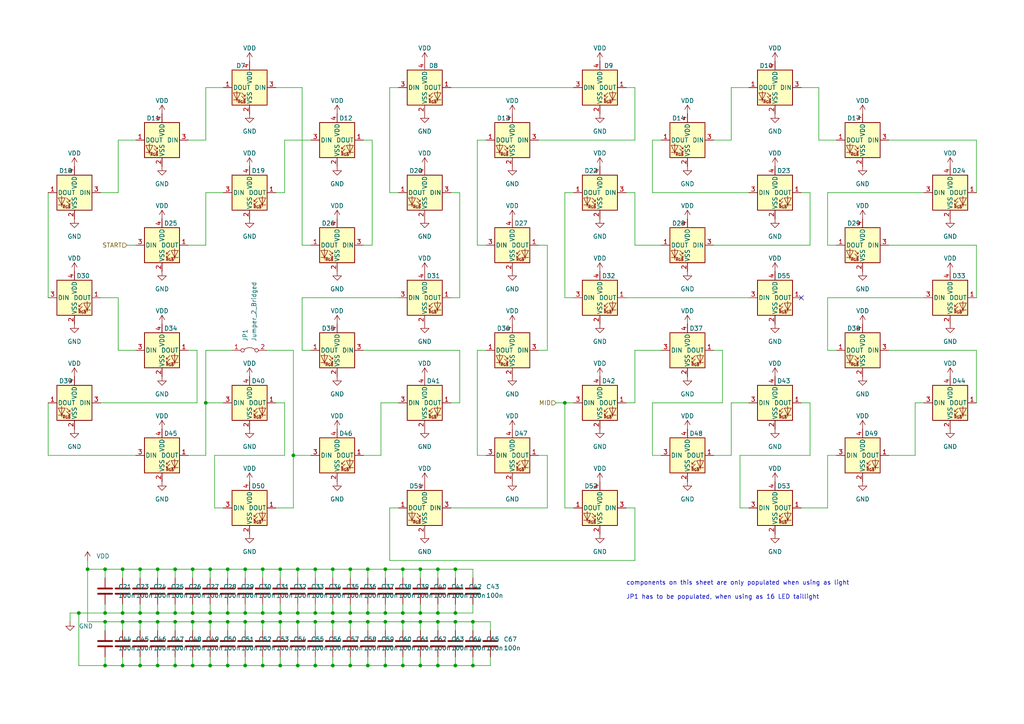
<source format=kicad_sch>
(kicad_sch (version 20230121) (generator eeschema)
  (paper "A4")
  (title_block (title "rear light leds") (date "2024-07-31") (rev "1.0"))
  (junction (at 111.76 165.1))
  (junction (at 132.08 177.8))
  (junction (at 106.68 165.1))
  (junction (at 50.8 193.04))
  (junction (at 127 180.34))
  (junction (at 50.8 180.34))
  (junction (at 55.88 180.34))
  (junction (at 76.2 177.8))
  (junction (at 81.28 177.8))
  (junction (at 40.64 177.8))
  (junction (at 137.16 180.34))
  (junction (at 91.44 193.04))
  (junction (at 76.2 180.34))
  (junction (at 66.04 165.1))
  (junction (at 30.48 180.34))
  (junction (at 163.83 116.84))
  (junction (at 22.86 177.8))
  (junction (at 30.48 165.1))
  (junction (at 60.96 193.04))
  (junction (at 66.04 193.04))
  (junction (at 96.52 165.1))
  (junction (at 50.8 177.8))
  (junction (at 106.68 193.04))
  (junction (at 91.44 177.8))
  (junction (at 132.08 165.1))
  (junction (at 76.2 165.1))
  (junction (at 137.16 193.04))
  (junction (at 55.88 177.8))
  (junction (at 45.72 193.04))
  (junction (at 30.48 177.8))
  (junction (at 45.72 180.34))
  (junction (at 86.36 193.04))
  (junction (at 71.12 177.8))
  (junction (at 30.48 193.04))
  (junction (at 121.92 165.1))
  (junction (at 101.6 180.34))
  (junction (at 40.64 193.04))
  (junction (at 86.36 180.34))
  (junction (at 96.52 177.8))
  (junction (at 45.72 177.8))
  (junction (at 50.8 165.1))
  (junction (at 81.28 193.04))
  (junction (at 101.6 165.1))
  (junction (at 66.04 177.8))
  (junction (at 60.96 180.34))
  (junction (at 25.4 165.1))
  (junction (at 59.69 116.84))
  (junction (at 55.88 165.1))
  (junction (at 121.92 180.34))
  (junction (at 127 193.04))
  (junction (at 127 177.8))
  (junction (at 121.92 193.04))
  (junction (at 60.96 177.8))
  (junction (at 40.64 165.1))
  (junction (at 35.56 193.04))
  (junction (at 101.6 177.8))
  (junction (at 86.36 177.8))
  (junction (at 132.08 180.34))
  (junction (at 35.56 165.1))
  (junction (at 66.04 180.34))
  (junction (at 116.84 165.1))
  (junction (at 71.12 165.1))
  (junction (at 101.6 193.04))
  (junction (at 106.68 177.8))
  (junction (at 35.56 180.34))
  (junction (at 116.84 180.34))
  (junction (at 71.12 180.34))
  (junction (at 81.28 165.1))
  (junction (at 96.52 180.34))
  (junction (at 55.88 193.04))
  (junction (at 35.56 177.8))
  (junction (at 85.09 132.08))
  (junction (at 76.2 193.04))
  (junction (at 111.76 193.04))
  (junction (at 121.92 177.8))
  (junction (at 81.28 180.34))
  (junction (at 86.36 165.1))
  (junction (at 116.84 193.04))
  (junction (at 91.44 165.1))
  (junction (at 111.76 177.8))
  (junction (at 127 165.1))
  (junction (at 96.52 193.04))
  (junction (at 45.72 165.1))
  (junction (at 40.64 180.34))
  (junction (at 60.96 165.1))
  (junction (at 132.08 193.04))
  (junction (at 71.12 193.04))
  (junction (at 116.84 177.8))
  (junction (at 106.68 180.34))
  (junction (at 91.44 180.34))
  (junction (at 111.76 180.34))
  (no_connect (at 232.41 86.36))
  (wire (pts (xy 87.63 101.6) (xy 90.17 101.6)))
  (wire (pts (xy 189.23 132.08) (xy 191.77 132.08)))
  (wire (pts (xy 232.41 55.88) (xy 234.95 55.88)))
  (wire (pts (xy 40.64 180.34) (xy 45.72 180.34)))
  (wire (pts (xy 105.41 101.6) (xy 133.35 101.6)))
  (wire (pts (xy 82.55 40.64) (xy 82.55 55.88)))
  (wire (pts (xy 133.35 86.36) (xy 130.81 86.36)))
  (wire (pts (xy 25.4 162.56) (xy 25.4 165.1)))
  (wire (pts (xy 163.83 147.32) (xy 166.37 147.32)))
  (wire (pts (xy 209.55 101.6) (xy 209.55 116.84)))
  (wire (pts (xy 82.55 116.84) (xy 80.01 116.84)))
  (wire (pts (xy 240.03 55.88) (xy 267.97 55.88)))
  (wire (pts (xy 40.64 180.34) (xy 40.64 182.88)))
  (wire (pts (xy 106.68 193.04) (xy 101.6 193.04)))
  (wire (pts (xy 265.43 132.08) (xy 265.43 116.84)))
  (wire (pts (xy 62.23 147.32) (xy 64.77 147.32)))
  (wire (pts (xy 35.56 165.1) (xy 35.56 167.64)))
  (wire (pts (xy 96.52 165.1) (xy 101.6 165.1)))
  (wire (pts (xy 66.04 190.5) (xy 66.04 193.04)))
  (wire (pts (xy 76.2 190.5) (xy 76.2 193.04)))
  (wire (pts (xy 91.44 165.1) (xy 91.44 167.64)))
  (wire (pts (xy 116.84 190.5) (xy 116.84 193.04)))
  (wire (pts (xy 59.69 132.08) (xy 59.69 116.84)))
  (wire (pts (xy 96.52 180.34) (xy 96.52 182.88)))
  (wire (pts (xy 59.69 25.4) (xy 59.69 40.64)))
  (wire (pts (xy 30.48 180.34) (xy 25.4 180.34)))
  (wire (pts (xy 116.84 180.34) (xy 116.84 182.88)))
  (wire (pts (xy 96.52 190.5) (xy 96.52 193.04)))
  (wire (pts (xy 55.88 193.04) (xy 50.8 193.04)))
  (wire (pts (xy 91.44 190.5) (xy 91.44 193.04)))
  (wire (pts (xy 106.68 180.34) (xy 106.68 182.88)))
  (wire (pts (xy 60.96 180.34) (xy 60.96 182.88)))
  (wire (pts (xy 130.81 147.32) (xy 158.75 147.32)))
  (wire (pts (xy 158.75 101.6) (xy 156.21 101.6)))
  (wire (pts (xy 86.36 175.26) (xy 86.36 177.8)))
  (wire (pts (xy 101.6 180.34) (xy 106.68 180.34)))
  (wire (pts (xy 234.95 55.88) (xy 234.95 71.12)))
  (wire (pts (xy 29.21 86.36) (xy 34.29 86.36)))
  (wire (pts (xy 81.28 177.8) (xy 76.2 177.8)))
  (wire (pts (xy 86.36 165.1) (xy 91.44 165.1)))
  (wire (pts (xy 50.8 165.1) (xy 50.8 167.64)))
  (wire (pts (xy 240.03 147.32) (xy 240.03 132.08)))
  (wire (pts (xy 158.75 132.08) (xy 158.75 147.32)))
  (wire (pts (xy 137.16 165.1) (xy 137.16 167.64)))
  (wire (pts (xy 101.6 177.8) (xy 96.52 177.8)))
  (wire (pts (xy 133.35 116.84) (xy 130.81 116.84)))
  (wire (pts (xy 132.08 177.8) (xy 127 177.8)))
  (wire (pts (xy 30.48 180.34) (xy 35.56 180.34)))
  (wire (pts (xy 212.09 25.4) (xy 212.09 40.64)))
  (wire (pts (xy 116.84 177.8) (xy 111.76 177.8)))
  (wire (pts (xy 86.36 165.1) (xy 86.36 167.64)))
  (wire (pts (xy 107.95 40.64) (xy 105.41 40.64)))
  (wire (pts (xy 81.28 180.34) (xy 86.36 180.34)))
  (wire (pts (xy 121.92 175.26) (xy 121.92 177.8)))
  (wire (pts (xy 257.81 101.6) (xy 283.21 101.6)))
  (wire (pts (xy 240.03 101.6) (xy 242.57 101.6)))
  (wire (pts (xy 137.16 177.8) (xy 132.08 177.8)))
  (wire (pts (xy 163.83 86.36) (xy 166.37 86.36)))
  (wire (pts (xy 163.83 55.88) (xy 163.83 86.36)))
  (wire (pts (xy 35.56 165.1) (xy 40.64 165.1)))
  (wire (pts (xy 86.36 180.34) (xy 91.44 180.34)))
  (wire (pts (xy 101.6 165.1) (xy 106.68 165.1)))
  (wire (pts (xy 127 177.8) (xy 121.92 177.8)))
  (wire (pts (xy 50.8 190.5) (xy 50.8 193.04)))
  (wire (pts (xy 184.15 116.84) (xy 181.61 116.84)))
  (wire (pts (xy 29.21 116.84) (xy 57.15 116.84)))
  (wire (pts (xy 54.61 132.08) (xy 59.69 132.08)))
  (wire (pts (xy 184.15 71.12) (xy 184.15 55.88)))
  (wire (pts (xy 45.72 190.5) (xy 45.72 193.04)))
  (wire (pts (xy 60.96 165.1) (xy 66.04 165.1)))
  (wire (pts (xy 137.16 175.26) (xy 137.16 177.8)))
  (wire (pts (xy 71.12 190.5) (xy 71.12 193.04)))
  (wire (pts (xy 283.21 71.12) (xy 283.21 86.36)))
  (wire (pts (xy 66.04 193.04) (xy 60.96 193.04)))
  (wire (pts (xy 181.61 147.32) (xy 184.15 147.32)))
  (wire (pts (xy 111.76 165.1) (xy 111.76 167.64)))
  (wire (pts (xy 55.88 165.1) (xy 55.88 167.64)))
  (wire (pts (xy 96.52 193.04) (xy 91.44 193.04)))
  (wire (pts (xy 86.36 190.5) (xy 86.36 193.04)))
  (wire (pts (xy 101.6 193.04) (xy 96.52 193.04)))
  (wire (pts (xy 22.86 193.04) (xy 30.48 193.04)))
  (wire (pts (xy 121.92 180.34) (xy 121.92 182.88)))
  (wire (pts (xy 106.68 165.1) (xy 106.68 167.64)))
  (wire (pts (xy 81.28 190.5) (xy 81.28 193.04)))
  (wire (pts (xy 85.09 132.08) (xy 90.17 132.08)))
  (wire (pts (xy 35.56 180.34) (xy 40.64 180.34)))
  (wire (pts (xy 76.2 165.1) (xy 81.28 165.1)))
  (wire (pts (xy 90.17 71.12) (xy 87.63 71.12)))
  (wire (pts (xy 60.96 180.34) (xy 66.04 180.34)))
  (wire (pts (xy 40.64 177.8) (xy 35.56 177.8)))
  (wire (pts (xy 110.49 116.84) (xy 110.49 132.08)))
  (wire (pts (xy 237.49 25.4) (xy 237.49 40.64)))
  (wire (pts (xy 30.48 182.88) (xy 30.48 180.34)))
  (wire (pts (xy 111.76 190.5) (xy 111.76 193.04)))
  (wire (pts (xy 283.21 101.6) (xy 283.21 116.84)))
  (wire (pts (xy 57.15 101.6) (xy 57.15 116.84)))
  (wire (pts (xy 283.21 40.64) (xy 257.81 40.64)))
  (wire (pts (xy 54.61 71.12) (xy 59.69 71.12)))
  (wire (pts (xy 107.95 71.12) (xy 105.41 71.12)))
  (wire (pts (xy 127 175.26) (xy 127 177.8)))
  (wire (pts (xy 127 180.34) (xy 127 182.88)))
  (wire (pts (xy 240.03 86.36) (xy 240.03 101.6)))
  (wire (pts (xy 59.69 101.6) (xy 59.69 116.84)))
  (wire (pts (xy 45.72 193.04) (xy 50.8 193.04)))
  (wire (pts (xy 81.28 175.26) (xy 81.28 177.8)))
  (wire (pts (xy 209.55 116.84) (xy 189.23 116.84)))
  (wire (pts (xy 45.72 177.8) (xy 40.64 177.8)))
  (wire (pts (xy 181.61 25.4) (xy 184.15 25.4)))
  (wire (pts (xy 138.43 101.6) (xy 140.97 101.6)))
  (wire (pts (xy 85.09 132.08) (xy 85.09 147.32)))
  (wire (pts (xy 91.44 180.34) (xy 96.52 180.34)))
  (wire (pts (xy 71.12 177.8) (xy 66.04 177.8)))
  (wire (pts (xy 40.64 190.5) (xy 40.64 193.04)))
  (wire (pts (xy 130.81 25.4) (xy 166.37 25.4)))
  (wire (pts (xy 214.63 132.08) (xy 214.63 147.32)))
  (wire (pts (xy 71.12 165.1) (xy 71.12 167.64)))
  (wire (pts (xy 55.88 180.34) (xy 55.88 182.88)))
  (wire (pts (xy 76.2 180.34) (xy 76.2 182.88)))
  (wire (pts (xy 40.64 193.04) (xy 35.56 193.04)))
  (wire (pts (xy 62.23 132.08) (xy 82.55 132.08)))
  (wire (pts (xy 212.09 132.08) (xy 212.09 116.84)))
  (wire (pts (xy 184.15 147.32) (xy 184.15 162.56)))
  (wire (pts (xy 71.12 180.34) (xy 71.12 182.88)))
  (wire (pts (xy 107.95 40.64) (xy 107.95 71.12)))
  (wire (pts (xy 96.52 175.26) (xy 96.52 177.8)))
  (wire (pts (xy 184.15 55.88) (xy 181.61 55.88)))
  (wire (pts (xy 257.81 132.08) (xy 265.43 132.08)))
  (wire (pts (xy 163.83 116.84) (xy 163.83 147.32)))
  (wire (pts (xy 13.97 116.84) (xy 13.97 132.08)))
  (wire (pts (xy 181.61 86.36) (xy 217.17 86.36)))
  (wire (pts (xy 66.04 177.8) (xy 60.96 177.8)))
  (wire (pts (xy 138.43 132.08) (xy 140.97 132.08)))
  (wire (pts (xy 34.29 55.88) (xy 29.21 55.88)))
  (wire (pts (xy 121.92 193.04) (xy 116.84 193.04)))
  (wire (pts (xy 283.21 55.88) (xy 283.21 40.64)))
  (wire (pts (xy 237.49 25.4) (xy 232.41 25.4)))
  (wire (pts (xy 76.2 193.04) (xy 71.12 193.04)))
  (wire (pts (xy 232.41 147.32) (xy 240.03 147.32)))
  (wire (pts (xy 137.16 180.34) (xy 142.24 180.34)))
  (wire (pts (xy 212.09 116.84) (xy 217.17 116.84)))
  (wire (pts (xy 106.68 177.8) (xy 101.6 177.8)))
  (wire (pts (xy 85.09 147.32) (xy 80.01 147.32)))
  (wire (pts (xy 40.64 175.26) (xy 40.64 177.8)))
  (wire (pts (xy 87.63 71.12) (xy 87.63 25.4)))
  (wire (pts (xy 101.6 165.1) (xy 101.6 167.64)))
  (wire (pts (xy 267.97 86.36) (xy 240.03 86.36)))
  (wire (pts (xy 91.44 175.26) (xy 91.44 177.8)))
  (wire (pts (xy 60.96 165.1) (xy 60.96 167.64)))
  (wire (pts (xy 111.76 165.1) (xy 116.84 165.1)))
  (wire (pts (xy 207.01 132.08) (xy 212.09 132.08)))
  (wire (pts (xy 91.44 177.8) (xy 86.36 177.8)))
  (wire (pts (xy 184.15 25.4) (xy 184.15 40.64)))
  (wire (pts (xy 240.03 55.88) (xy 240.03 71.12)))
  (wire (pts (xy 91.44 180.34) (xy 91.44 182.88)))
  (wire (pts (xy 25.4 165.1) (xy 25.4 180.34)))
  (wire (pts (xy 87.63 25.4) (xy 80.01 25.4)))
  (wire (pts (xy 101.6 190.5) (xy 101.6 193.04)))
  (wire (pts (xy 86.36 177.8) (xy 81.28 177.8)))
  (wire (pts (xy 30.48 167.64) (xy 30.48 165.1)))
  (wire (pts (xy 191.77 71.12) (xy 184.15 71.12)))
  (wire (pts (xy 110.49 116.84) (xy 115.57 116.84)))
  (wire (pts (xy 67.31 101.6) (xy 59.69 101.6)))
  (wire (pts (xy 81.28 165.1) (xy 81.28 167.64)))
  (wire (pts (xy 96.52 180.34) (xy 101.6 180.34)))
  (wire (pts (xy 57.15 101.6) (xy 54.61 101.6)))
  (wire (pts (xy 127 190.5) (xy 127 193.04)))
  (wire (pts (xy 86.36 180.34) (xy 86.36 182.88)))
  (wire (pts (xy 50.8 180.34) (xy 50.8 182.88)))
  (wire (pts (xy 240.03 71.12) (xy 242.57 71.12)))
  (wire (pts (xy 22.86 177.8) (xy 20.32 177.8)))
  (wire (pts (xy 184.15 101.6) (xy 191.77 101.6)))
  (wire (pts (xy 34.29 101.6) (xy 39.37 101.6)))
  (wire (pts (xy 132.08 190.5) (xy 132.08 193.04)))
  (wire (pts (xy 265.43 116.84) (xy 267.97 116.84)))
  (wire (pts (xy 96.52 177.8) (xy 91.44 177.8)))
  (wire (pts (xy 106.68 180.34) (xy 111.76 180.34)))
  (wire (pts (xy 82.55 116.84) (xy 82.55 132.08)))
  (wire (pts (xy 30.48 165.1) (xy 35.56 165.1)))
  (wire (pts (xy 234.95 116.84) (xy 232.41 116.84)))
  (wire (pts (xy 116.84 193.04) (xy 111.76 193.04)))
  (wire (pts (xy 121.92 190.5) (xy 121.92 193.04)))
  (wire (pts (xy 158.75 71.12) (xy 158.75 101.6)))
  (wire (pts (xy 45.72 175.26) (xy 45.72 177.8)))
  (wire (pts (xy 90.17 40.64) (xy 82.55 40.64)))
  (wire (pts (xy 91.44 165.1) (xy 96.52 165.1)))
  (wire (pts (xy 113.03 25.4) (xy 113.03 55.88)))
  (wire (pts (xy 30.48 177.8) (xy 22.86 177.8)))
  (wire (pts (xy 55.88 190.5) (xy 55.88 193.04)))
  (wire (pts (xy 34.29 86.36) (xy 34.29 101.6)))
  (wire (pts (xy 85.09 101.6) (xy 77.47 101.6)))
  (wire (pts (xy 257.81 71.12) (xy 283.21 71.12)))
  (wire (pts (xy 71.12 175.26) (xy 71.12 177.8)))
  (wire (pts (xy 86.36 193.04) (xy 81.28 193.04)))
  (wire (pts (xy 66.04 165.1) (xy 71.12 165.1)))
  (wire (pts (xy 55.88 175.26) (xy 55.88 177.8)))
  (wire (pts (xy 116.84 180.34) (xy 121.92 180.34)))
  (wire (pts (xy 35.56 175.26) (xy 35.56 177.8)))
  (wire (pts (xy 132.08 175.26) (xy 132.08 177.8)))
  (wire (pts (xy 50.8 177.8) (xy 45.72 177.8)))
  (wire (pts (xy 35.56 193.04) (xy 30.48 193.04)))
  (wire (pts (xy 34.29 40.64) (xy 34.29 55.88)))
  (wire (pts (xy 111.76 180.34) (xy 116.84 180.34)))
  (wire (pts (xy 13.97 132.08) (xy 39.37 132.08)))
  (wire (pts (xy 115.57 147.32) (xy 113.03 147.32)))
  (wire (pts (xy 158.75 71.12) (xy 156.21 71.12)))
  (wire (pts (xy 116.84 165.1) (xy 121.92 165.1)))
  (wire (pts (xy 113.03 162.56) (xy 184.15 162.56)))
  (wire (pts (xy 217.17 25.4) (xy 212.09 25.4)))
  (wire (pts (xy 55.88 180.34) (xy 60.96 180.34)))
  (wire (pts (xy 106.68 175.26) (xy 106.68 177.8)))
  (wire (pts (xy 110.49 132.08) (xy 105.41 132.08)))
  (wire (pts (xy 66.04 180.34) (xy 66.04 182.88)))
  (wire (pts (xy 240.03 132.08) (xy 242.57 132.08)))
  (wire (pts (xy 60.96 175.26) (xy 60.96 177.8)))
  (wire (pts (xy 161.29 116.84) (xy 163.83 116.84)))
  (wire (pts (xy 60.96 190.5) (xy 60.96 193.04)))
  (wire (pts (xy 189.23 55.88) (xy 217.17 55.88)))
  (wire (pts (xy 138.43 40.64) (xy 140.97 40.64)))
  (wire (pts (xy 111.76 180.34) (xy 111.76 182.88)))
  (wire (pts (xy 60.96 193.04) (xy 55.88 193.04)))
  (wire (pts (xy 142.24 193.04) (xy 137.16 193.04)))
  (wire (pts (xy 121.92 177.8) (xy 116.84 177.8)))
  (wire (pts (xy 156.21 40.64) (xy 184.15 40.64)))
  (wire (pts (xy 40.64 165.1) (xy 45.72 165.1)))
  (wire (pts (xy 81.28 180.34) (xy 81.28 182.88)))
  (wire (pts (xy 116.84 165.1) (xy 116.84 167.64)))
  (wire (pts (xy 214.63 147.32) (xy 217.17 147.32)))
  (wire (pts (xy 35.56 190.5) (xy 35.56 193.04)))
  (wire (pts (xy 158.75 132.08) (xy 156.21 132.08)))
  (wire (pts (xy 80.01 55.88) (xy 82.55 55.88)))
  (wire (pts (xy 209.55 101.6) (xy 207.01 101.6)))
  (wire (pts (xy 111.76 193.04) (xy 106.68 193.04)))
  (wire (pts (xy 138.43 40.64) (xy 138.43 71.12)))
  (wire (pts (xy 133.35 55.88) (xy 130.81 55.88)))
  (wire (pts (xy 22.86 177.8) (xy 22.86 193.04)))
  (wire (pts (xy 20.32 177.8) (xy 20.32 180.34)))
  (wire (pts (xy 85.09 132.08) (xy 85.09 101.6)))
  (wire (pts (xy 113.03 147.32) (xy 113.03 162.56)))
  (wire (pts (xy 66.04 175.26) (xy 66.04 177.8)))
  (wire (pts (xy 60.96 177.8) (xy 55.88 177.8)))
  (wire (pts (xy 87.63 86.36) (xy 87.63 101.6)))
  (wire (pts (xy 55.88 177.8) (xy 50.8 177.8)))
  (wire (pts (xy 132.08 193.04) (xy 127 193.04)))
  (wire (pts (xy 71.12 165.1) (xy 76.2 165.1)))
  (wire (pts (xy 212.09 40.64) (xy 207.01 40.64)))
  (wire (pts (xy 138.43 101.6) (xy 138.43 132.08)))
  (wire (pts (xy 163.83 116.84) (xy 166.37 116.84)))
  (wire (pts (xy 137.16 193.04) (xy 132.08 193.04)))
  (wire (pts (xy 76.2 175.26) (xy 76.2 177.8)))
  (wire (pts (xy 45.72 165.1) (xy 50.8 165.1)))
  (wire (pts (xy 166.37 55.88) (xy 163.83 55.88)))
  (wire (pts (xy 71.12 180.34) (xy 76.2 180.34)))
  (wire (pts (xy 45.72 180.34) (xy 50.8 180.34)))
  (wire (pts (xy 40.64 165.1) (xy 40.64 167.64)))
  (wire (pts (xy 35.56 177.8) (xy 30.48 177.8)))
  (wire (pts (xy 127 165.1) (xy 132.08 165.1)))
  (wire (pts (xy 81.28 165.1) (xy 86.36 165.1)))
  (wire (pts (xy 30.48 193.04) (xy 30.48 190.5)))
  (wire (pts (xy 113.03 55.88) (xy 115.57 55.88)))
  (wire (pts (xy 62.23 132.08) (xy 62.23 147.32)))
  (wire (pts (xy 106.68 165.1) (xy 111.76 165.1)))
  (wire (pts (xy 71.12 193.04) (xy 66.04 193.04)))
  (wire (pts (xy 30.48 177.8) (xy 30.48 175.26)))
  (wire (pts (xy 25.4 165.1) (xy 30.48 165.1)))
  (wire (pts (xy 36.83 71.12) (xy 39.37 71.12)))
  (wire (pts (xy 137.16 190.5) (xy 137.16 193.04)))
  (wire (pts (xy 50.8 165.1) (xy 55.88 165.1)))
  (wire (pts (xy 35.56 180.34) (xy 35.56 182.88)))
  (wire (pts (xy 45.72 165.1) (xy 45.72 167.64)))
  (wire (pts (xy 237.49 40.64) (xy 242.57 40.64)))
  (wire (pts (xy 116.84 175.26) (xy 116.84 177.8)))
  (wire (pts (xy 106.68 190.5) (xy 106.68 193.04)))
  (wire (pts (xy 101.6 175.26) (xy 101.6 177.8)))
  (wire (pts (xy 87.63 86.36) (xy 115.57 86.36)))
  (wire (pts (xy 132.08 180.34) (xy 137.16 180.34)))
  (wire (pts (xy 121.92 180.34) (xy 127 180.34)))
  (wire (pts (xy 66.04 165.1) (xy 66.04 167.64)))
  (wire (pts (xy 121.92 165.1) (xy 127 165.1)))
  (wire (pts (xy 66.04 180.34) (xy 71.12 180.34)))
  (wire (pts (xy 138.43 71.12) (xy 140.97 71.12)))
  (wire (pts (xy 39.37 40.64) (xy 34.29 40.64)))
  (wire (pts (xy 189.23 55.88) (xy 189.23 40.64)))
  (wire (pts (xy 50.8 180.34) (xy 55.88 180.34)))
  (wire (pts (xy 101.6 180.34) (xy 101.6 182.88)))
  (wire (pts (xy 132.08 165.1) (xy 132.08 167.64)))
  (wire (pts (xy 207.01 71.12) (xy 234.95 71.12)))
  (wire (pts (xy 234.95 116.84) (xy 234.95 132.08)))
  (wire (pts (xy 113.03 25.4) (xy 115.57 25.4)))
  (wire (pts (xy 59.69 55.88) (xy 64.77 55.88)))
  (wire (pts (xy 133.35 55.88) (xy 133.35 86.36)))
  (wire (pts (xy 111.76 175.26) (xy 111.76 177.8)))
  (wire (pts (xy 121.92 165.1) (xy 121.92 167.64)))
  (wire (pts (xy 127 193.04) (xy 121.92 193.04)))
  (wire (pts (xy 184.15 116.84) (xy 184.15 101.6)))
  (wire (pts (xy 137.16 180.34) (xy 137.16 182.88)))
  (wire (pts (xy 133.35 101.6) (xy 133.35 116.84)))
  (wire (pts (xy 189.23 116.84) (xy 189.23 132.08)))
  (wire (pts (xy 91.44 193.04) (xy 86.36 193.04)))
  (wire (pts (xy 76.2 180.34) (xy 81.28 180.34)))
  (wire (pts (xy 59.69 40.64) (xy 54.61 40.64)))
  (wire (pts (xy 45.72 193.04) (xy 40.64 193.04)))
  (wire (pts (xy 13.97 55.88) (xy 13.97 86.36)))
  (wire (pts (xy 142.24 180.34) (xy 142.24 182.88)))
  (wire (pts (xy 59.69 116.84) (xy 64.77 116.84)))
  (wire (pts (xy 76.2 165.1) (xy 76.2 167.64)))
  (wire (pts (xy 234.95 132.08) (xy 214.63 132.08)))
  (wire (pts (xy 111.76 177.8) (xy 106.68 177.8)))
  (wire (pts (xy 127 165.1) (xy 127 167.64)))
  (wire (pts (xy 50.8 175.26) (xy 50.8 177.8)))
  (wire (pts (xy 132.08 180.34) (xy 132.08 182.88)))
  (wire (pts (xy 76.2 177.8) (xy 71.12 177.8)))
  (wire (pts (xy 96.52 165.1) (xy 96.52 167.64)))
  (wire (pts (xy 81.28 193.04) (xy 76.2 193.04)))
  (wire (pts (xy 55.88 165.1) (xy 60.96 165.1)))
  (wire (pts (xy 127 180.34) (xy 132.08 180.34)))
  (wire (pts (xy 45.72 180.34) (xy 45.72 182.88)))
  (wire (pts (xy 59.69 71.12) (xy 59.69 55.88)))
  (wire (pts (xy 142.24 190.5) (xy 142.24 193.04)))
  (wire (pts (xy 189.23 40.64) (xy 191.77 40.64)))
  (wire (pts (xy 64.77 25.4) (xy 59.69 25.4)))
  (wire (pts (xy 132.08 165.1) (xy 137.16 165.1)))
  (text "components on this sheet are only populated when using as light\n\nJP1 has to be populated, when using as 16 LED taillight" (at 181.61 173.99 0) (effects (font (size 1.27 1.27)) (justify left bottom)))
  (hierarchical_label "START" (shape input) (at 36.83 71.12 180))
  (hierarchical_label "MID" (shape input) (at 161.29 116.84 180))
  (symbol (lib_id "drake_10b:C") (at 121.92 186.69 0) (unit 1)
    (property "Reference" "C62" (at 125.73 185.42 0) (effects (justify left)))
    (property "Value" "100n" (at 125.73 187.96 0) (effects (justify left)))
    (property "Footprint" "Library:C_0603_1608Metric" (effects hide))
    (property "JLC" "0603" (effects hide))
    (property "LCSC" "C14663" (effects hide))
  )
  (symbol (lib_id "drake_10b:C") (at 127 171.45 0) (unit 1)
    (property "Reference" "C41" (at 130.81 170.18 0) (effects (justify left)))
    (property "Value" "100n" (at 130.81 172.72 0) (effects (justify left)))
    (property "Footprint" "Library:C_0603_1608Metric" (effects hide))
    (property "JLC" "0603" (effects hide))
    (property "LCSC" "C14663" (effects hide))
  )
  (symbol (lib_id "drake_10b:VDD") (at 123.19 78.74 0) (unit 1)
    (property "Reference" "#PWR070" (effects hide))
    (property "Value" "VDD" (at 123.19 74.93 0))
  )
  (symbol (lib_id "drake_10b:VDD") (at 199.39 63.5 0) (unit 1)
    (property "Reference" "#PWR063" (effects hide))
    (property "Value" "VDD" (at 199.39 59.69 0))
  )
  (symbol (lib_id "drake_10b:WS2812B-2020") (at 46.99 40.64 0) (mirror y) (unit 1)
    (property "Reference" "D11" (at 44.45 34.29 0))
    (property "Value" "WS2812B-2020" (effects hide))
    (property "Footprint" "Library:LED_WS2812B-2020_PLCC4_2.0x2.0mm" (effects hide))
    (property "Datasheet" "https://cdn-shop.adafruit.com/product-files/4684/4684_WS2812B-2020_V1.3_EN.pdf" (effects hide))
    (property "JLC" "SMS,2x2mm" (effects hide))
    (property "LCSC" "C2976072" (effects hide))
  )
  (symbol (lib_id "drake_10b:WS2812B-2020") (at 148.59 132.08 0) (unit 1)
    (property "Reference" "D47" (at 151.13 125.73 0))
    (property "Value" "WS2812B-2020" (effects hide))
    (property "Footprint" "Library:LED_WS2812B-2020_PLCC4_2.0x2.0mm" (effects hide))
    (property "Datasheet" "https://cdn-shop.adafruit.com/product-files/4684/4684_WS2812B-2020_V1.3_EN.pdf" (effects hide))
    (property "JLC" "SMS,2x2mm" (effects hide))
    (property "LCSC" "C2976072" (effects hide))
  )
  (symbol (lib_id "drake_10b:C") (at 35.56 186.69 0) (unit 1)
    (property "Reference" "C45" (at 39.37 185.42 0) (effects (justify left)))
    (property "Value" "100n" (at 39.37 187.96 0) (effects (justify left)))
    (property "Footprint" "Library:C_0603_1608Metric" (effects hide))
    (property "JLC" "0603" (effects hide))
    (property "LCSC" "C14663" (effects hide))
  )
  (symbol (lib_id "drake_10b:C") (at 132.08 171.45 0) (unit 1)
    (property "Reference" "C42" (at 135.89 170.18 0) (effects (justify left)))
    (property "Value" "100n" (at 135.89 172.72 0) (effects (justify left)))
    (property "Footprint" "Library:C_0603_1608Metric" (effects hide))
    (property "JLC" "0603" (effects hide))
    (property "LCSC" "C14663" (effects hide))
  )
  (symbol (lib_id "drake_10b:C") (at 127 186.69 0) (unit 1)
    (property "Reference" "C63" (at 130.81 185.42 0) (effects (justify left)))
    (property "Value" "100n" (at 130.81 187.96 0) (effects (justify left)))
    (property "Footprint" "Library:C_0603_1608Metric" (effects hide))
    (property "JLC" "0603" (effects hide))
    (property "LCSC" "C14663" (effects hide))
  )
  (symbol (lib_id "drake_10b:WS2812B-2020") (at 72.39 116.84 0) (unit 1)
    (property "Reference" "D40" (at 74.93 110.49 0))
    (property "Value" "WS2812B-2020" (effects hide))
    (property "Footprint" "Library:LED_WS2812B-2020_PLCC4_2.0x2.0mm" (effects hide))
    (property "Datasheet" "https://cdn-shop.adafruit.com/product-files/4684/4684_WS2812B-2020_V1.3_EN.pdf" (effects hide))
    (property "JLC" "SMS,2x2mm" (effects hide))
    (property "LCSC" "C2976072" (effects hide))
  )
  (symbol (lib_id "drake_10b:GND") (at 224.79 154.94 0) (unit 1)
    (property "Reference" "#PWR0122" (effects hide))
    (property "Value" "GND" (at 224.79 160.02 0))
  )
  (symbol (lib_id "drake_10b:VDD") (at 224.79 48.26 0) (unit 1)
    (property "Reference" "#PWR053" (effects hide))
    (property "Value" "VDD" (at 224.79 44.45 0))
  )
  (symbol (lib_id "drake_10b:WS2812B-2020") (at 21.59 86.36 0) (unit 1)
    (property "Reference" "D30" (at 24.13 80.01 0))
    (property "Value" "WS2812B-2020" (effects hide))
    (property "Footprint" "Library:LED_WS2812B-2020_PLCC4_2.0x2.0mm" (effects hide))
    (property "Datasheet" "https://cdn-shop.adafruit.com/product-files/4684/4684_WS2812B-2020_V1.3_EN.pdf" (effects hide))
    (property "JLC" "SMS,2x2mm" (effects hide))
    (property "LCSC" "C2976072" (effects hide))
  )
  (symbol (lib_id "drake_10b:WS2812B-2020") (at 72.39 25.4 0) (mirror y) (unit 1)
    (property "Reference" "D7" (at 69.85 19.05 0))
    (property "Value" "WS2812B-2020" (effects hide))
    (property "Footprint" "Library:LED_WS2812B-2020_PLCC4_2.0x2.0mm" (effects hide))
    (property "Datasheet" "https://cdn-shop.adafruit.com/product-files/4684/4684_WS2812B-2020_V1.3_EN.pdf" (effects hide))
    (property "JLC" "SMS,2x2mm" (effects hide))
    (property "LCSC" "C2976072" (effects hide))
  )
  (symbol (lib_id "drake_10b:VDD") (at 275.59 78.74 0) (unit 1)
    (property "Reference" "#PWR075" (effects hide))
    (property "Value" "VDD" (at 275.59 74.93 0))
  )
  (symbol (lib_id "drake_10b:GND") (at 173.99 154.94 0) (unit 1)
    (property "Reference" "#PWR0121" (effects hide))
    (property "Value" "GND" (at 173.99 160.02 0))
  )
  (symbol (lib_id "drake_10b:GND") (at 224.79 93.98 0) (unit 1)
    (property "Reference" "#PWR0125" (effects hide))
    (property "Value" "GND" (at 224.79 99.06 0))
  )
  (symbol (lib_id "drake_10b:VDD") (at 97.79 93.98 0) (unit 1)
    (property "Reference" "#PWR078" (effects hide))
    (property "Value" "VDD" (at 97.79 90.17 0))
  )
  (symbol (lib_id "drake_10b:VDD") (at 224.79 139.7 0) (unit 1)
    (property "Reference" "#PWR0117" (effects hide))
    (property "Value" "VDD" (at 224.79 135.89 0))
  )
  (symbol (lib_id "drake_10b:WS2812B-2020") (at 173.99 116.84 0) (unit 1)
    (property "Reference" "D42" (at 176.53 110.49 0))
    (property "Value" "WS2812B-2020" (effects hide))
    (property "Footprint" "Library:LED_WS2812B-2020_PLCC4_2.0x2.0mm" (effects hide))
    (property "Datasheet" "https://cdn-shop.adafruit.com/product-files/4684/4684_WS2812B-2020_V1.3_EN.pdf" (effects hide))
    (property "JLC" "SMS,2x2mm" (effects hide))
    (property "LCSC" "C2976072" (effects hide))
  )
  (symbol (lib_id "drake_10b:WS2812B-2020") (at 275.59 86.36 0) (unit 1)
    (property "Reference" "D33" (at 278.13 80.01 0))
    (property "Value" "WS2812B-2020" (effects hide))
    (property "Footprint" "Library:LED_WS2812B-2020_PLCC4_2.0x2.0mm" (effects hide))
    (property "Datasheet" "https://cdn-shop.adafruit.com/product-files/4684/4684_WS2812B-2020_V1.3_EN.pdf" (effects hide))
    (property "JLC" "SMS,2x2mm" (effects hide))
    (property "LCSC" "C2976072" (effects hide))
  )
  (symbol (lib_id "drake_10b:GND") (at 148.59 78.74 0) (unit 1)
    (property "Reference" "#PWR071" (effects hide))
    (property "Value" "GND" (at 148.59 83.82 0))
  )
  (symbol (lib_id "drake_10b:GND") (at 21.59 93.98 0) (unit 1)
    (property "Reference" "#PWR076" (effects hide))
    (property "Value" "GND" (at 21.59 99.06 0))
  )
  (symbol (lib_id "drake_10b:WS2812B-2020") (at 199.39 101.6 0) (unit 1)
    (property "Reference" "D37" (at 201.93 95.25 0))
    (property "Value" "WS2812B-2020" (effects hide))
    (property "Footprint" "Library:LED_WS2812B-2020_PLCC4_2.0x2.0mm" (effects hide))
    (property "Datasheet" "https://cdn-shop.adafruit.com/product-files/4684/4684_WS2812B-2020_V1.3_EN.pdf" (effects hide))
    (property "JLC" "SMS,2x2mm" (effects hide))
    (property "LCSC" "C2976072" (effects hide))
  )
  (symbol (lib_id "drake_10b:GND") (at 224.79 124.46 0) (unit 1)
    (property "Reference" "#PWR0106" (effects hide))
    (property "Value" "GND" (at 224.79 129.54 0))
  )
  (symbol (lib_id "drake_10b:C") (at 111.76 186.69 0) (unit 1)
    (property "Reference" "C60" (at 115.57 185.42 0) (effects (justify left)))
    (property "Value" "100n" (at 115.57 187.96 0) (effects (justify left)))
    (property "Footprint" "Library:C_0603_1608Metric" (effects hide))
    (property "JLC" "0603" (effects hide))
    (property "LCSC" "C14663" (effects hide))
  )
  (symbol (lib_id "drake_10b:GND") (at 20.32 180.34 0) (unit 1)
    (property "Reference" "#PWR0124" (effects hide))
    (property "Value" "GND" (at 22.86 181.61 0) (effects (justify left)))
  )
  (symbol (lib_id "drake_10b:C") (at 40.64 171.45 0) (unit 1)
    (property "Reference" "C24" (at 44.45 170.18 0) (effects (justify left)))
    (property "Value" "100n" (at 44.45 172.72 0) (effects (justify left)))
    (property "Footprint" "Library:C_0603_1608Metric" (effects hide))
    (property "JLC" "0603" (effects hide))
    (property "LCSC" "C14663" (effects hide))
  )
  (symbol (lib_id "drake_10b:VDD") (at 72.39 109.22 0) (unit 1)
    (property "Reference" "#PWR087" (effects hide))
    (property "Value" "VDD" (at 72.39 105.41 0))
  )
  (symbol (lib_id "drake_10b:C") (at 101.6 171.45 0) (unit 1)
    (property "Reference" "C36" (at 105.41 170.18 0) (effects (justify left)))
    (property "Value" "100n" (at 105.41 172.72 0) (effects (justify left)))
    (property "Footprint" "Library:C_0603_1608Metric" (effects hide))
    (property "JLC" "0603" (effects hide))
    (property "LCSC" "C14663" (effects hide))
  )
  (symbol (lib_id "drake_10b:GND") (at 72.39 154.94 0) (unit 1)
    (property "Reference" "#PWR0119" (effects hide))
    (property "Value" "GND" (at 72.39 160.02 0))
  )
  (symbol (lib_id "drake_10b:VDD") (at 46.99 63.5 0) (unit 1)
    (property "Reference" "#PWR057" (effects hide))
    (property "Value" "VDD" (at 46.99 59.69 0))
  )
  (symbol (lib_id "drake_10b:C") (at 86.36 171.45 0) (unit 1)
    (property "Reference" "C33" (at 90.17 170.18 0) (effects (justify left)))
    (property "Value" "100n" (at 90.17 172.72 0) (effects (justify left)))
    (property "Footprint" "Library:C_0603_1608Metric" (effects hide))
    (property "JLC" "0603" (effects hide))
    (property "LCSC" "C14663" (effects hide))
  )
  (symbol (lib_id "drake_10b:C") (at 76.2 186.69 0) (unit 1)
    (property "Reference" "C53" (at 80.01 185.42 0) (effects (justify left)))
    (property "Value" "100n" (at 80.01 187.96 0) (effects (justify left)))
    (property "Footprint" "Library:C_0603_1608Metric" (effects hide))
    (property "JLC" "0603" (effects hide))
    (property "LCSC" "C14663" (effects hide))
  )
  (symbol (lib_id "drake_10b:C") (at 55.88 171.45 0) (unit 1)
    (property "Reference" "C27" (at 59.69 170.18 0) (effects (justify left)))
    (property "Value" "100n" (at 59.69 172.72 0) (effects (justify left)))
    (property "Footprint" "Library:C_0603_1608Metric" (effects hide))
    (property "JLC" "0603" (effects hide))
    (property "LCSC" "C14663" (effects hide))
  )
  (symbol (lib_id "drake_10b:GND") (at 199.39 139.7 0) (unit 1)
    (property "Reference" "#PWR0116" (effects hide))
    (property "Value" "GND" (at 199.39 144.78 0))
  )
  (symbol (lib_id "drake_10b:VDD") (at 224.79 78.74 0) (unit 1)
    (property "Reference" "#PWR0110" (effects hide))
    (property "Value" "VDD" (at 224.79 74.93 0))
  )
  (symbol (lib_id "drake_10b:WS2812B-2020") (at 21.59 55.88 0) (mirror y) (unit 1)
    (property "Reference" "D18" (at 19.05 49.53 0))
    (property "Value" "WS2812B-2020" (effects hide))
    (property "Footprint" "Library:LED_WS2812B-2020_PLCC4_2.0x2.0mm" (effects hide))
    (property "Datasheet" "https://cdn-shop.adafruit.com/product-files/4684/4684_WS2812B-2020_V1.3_EN.pdf" (effects hide))
    (property "JLC" "SMS,2x2mm" (effects hide))
    (property "LCSC" "C2976072" (effects hide))
  )
  (symbol (lib_id "drake_10b:GND") (at 250.19 48.26 0) (unit 1)
    (property "Reference" "#PWR054" (effects hide))
    (property "Value" "GND" (at 250.19 53.34 0))
  )
  (symbol (lib_id "drake_10b:GND") (at 21.59 63.5 0) (unit 1)
    (property "Reference" "#PWR056" (effects hide))
    (property "Value" "GND" (at 21.59 68.58 0))
  )
  (symbol (lib_id "drake_10b:VDD") (at 275.59 48.26 0) (unit 1)
    (property "Reference" "#PWR055" (effects hide))
    (property "Value" "VDD" (at 275.59 44.45 0))
  )
  (symbol (lib_id "drake_10b:GND") (at 224.79 63.5 0) (unit 1)
    (property "Reference" "#PWR064" (effects hide))
    (property "Value" "GND" (at 224.79 68.58 0))
  )
  (symbol (lib_id "drake_10b:GND") (at 123.19 33.02 0) (unit 1)
    (property "Reference" "#PWR038" (effects hide))
    (property "Value" "GND" (at 123.19 38.1 0))
  )
  (symbol (lib_id "drake_10b:C") (at 91.44 171.45 0) (unit 1)
    (property "Reference" "C34" (at 95.25 170.18 0) (effects (justify left)))
    (property "Value" "100n" (at 95.25 172.72 0) (effects (justify left)))
    (property "Footprint" "Library:C_0603_1608Metric" (effects hide))
    (property "JLC" "0603" (effects hide))
    (property "LCSC" "C14663" (effects hide))
  )
  (symbol (lib_id "drake_10b:C") (at 30.48 171.45 0) (unit 1)
    (property "Reference" "C21" (at 34.29 170.18 0) (effects (justify left)))
    (property "Value" "100n" (at 34.29 172.72 0) (effects (justify left)))
    (property "Footprint" "Library:C_0603_1608Metric" (effects hide))
    (property "JLC" "0603" (effects hide))
    (property "LCSC" "C14663" (effects hide))
  )
  (symbol (lib_id "drake_10b:GND") (at 97.79 48.26 0) (unit 1)
    (property "Reference" "#PWR048" (effects hide))
    (property "Value" "GND" (at 97.79 53.34 0))
  )
  (symbol (lib_id "drake_10b:VDD") (at 46.99 93.98 0) (unit 1)
    (property "Reference" "#PWR077" (effects hide))
    (property "Value" "VDD" (at 46.99 90.17 0))
  )
  (symbol (lib_id "drake_10b:GND") (at 199.39 109.22 0) (unit 1)
    (property "Reference" "#PWR092" (effects hide))
    (property "Value" "GND" (at 199.39 114.3 0))
  )
  (symbol (lib_id "drake_10b:C") (at 137.16 171.45 0) (unit 1)
    (property "Reference" "C43" (at 140.97 170.18 0) (effects (justify left)))
    (property "Value" "100n" (at 140.97 172.72 0) (effects (justify left)))
    (property "Footprint" "Library:C_0603_1608Metric" (effects hide))
    (property "JLC" "0603" (effects hide))
    (property "LCSC" "C14663" (effects hide))
  )
  (symbol (lib_id "drake_10b:C") (at 111.76 171.45 0) (unit 1)
    (property "Reference" "C38" (at 115.57 170.18 0) (effects (justify left)))
    (property "Value" "100n" (at 115.57 172.72 0) (effects (justify left)))
    (property "Footprint" "Library:C_0603_1608Metric" (effects hide))
    (property "JLC" "0603" (effects hide))
    (property "LCSC" "C14663" (effects hide))
  )
  (symbol (lib_id "drake_10b:GND") (at 148.59 48.26 0) (unit 1)
    (property "Reference" "#PWR050" (effects hide))
    (property "Value" "GND" (at 148.59 53.34 0))
  )
  (symbol (lib_id "drake_10b:VDD") (at 97.79 63.5 0) (unit 1)
    (property "Reference" "#PWR059" (effects hide))
    (property "Value" "VDD" (at 97.79 59.69 0))
  )
  (symbol (lib_id "drake_10b:GND") (at 224.79 33.02 0) (unit 1)
    (property "Reference" "#PWR043" (effects hide))
    (property "Value" "GND" (at 224.79 38.1 0))
  )
  (symbol (lib_id "drake_10b:GND") (at 199.39 78.74 0) (unit 1)
    (property "Reference" "#PWR073" (effects hide))
    (property "Value" "GND" (at 199.39 83.82 0))
  )
  (symbol (lib_id "drake_10b:WS2812B-2020") (at 97.79 132.08 0) (unit 1)
    (property "Reference" "D46" (at 100.33 125.73 0))
    (property "Value" "WS2812B-2020" (effects hide))
    (property "Footprint" "Library:LED_WS2812B-2020_PLCC4_2.0x2.0mm" (effects hide))
    (property "Datasheet" "https://cdn-shop.adafruit.com/product-files/4684/4684_WS2812B-2020_V1.3_EN.pdf" (effects hide))
    (property "JLC" "SMS,2x2mm" (effects hide))
    (property "LCSC" "C2976072" (effects hide))
  )
  (symbol (lib_id "drake_10b:WS2812B-2020") (at 148.59 101.6 0) (mirror y) (unit 1)
    (property "Reference" "D36" (at 146.05 95.25 0))
    (property "Value" "WS2812B-2020" (effects hide))
    (property "Footprint" "Library:LED_WS2812B-2020_PLCC4_2.0x2.0mm" (effects hide))
    (property "Datasheet" "https://cdn-shop.adafruit.com/product-files/4684/4684_WS2812B-2020_V1.3_EN.pdf" (effects hide))
    (property "JLC" "SMS,2x2mm" (effects hide))
    (property "LCSC" "C2976072" (effects hide))
  )
  (symbol (lib_id "drake_10b:C") (at 71.12 171.45 0) (unit 1)
    (property "Reference" "C30" (at 74.93 170.18 0) (effects (justify left)))
    (property "Value" "100n" (at 74.93 172.72 0) (effects (justify left)))
    (property "Footprint" "Library:C_0603_1608Metric" (effects hide))
    (property "JLC" "0603" (effects hide))
    (property "LCSC" "C14663" (effects hide))
  )
  (symbol (lib_id "drake_10b:VDD") (at 123.19 48.26 0) (unit 1)
    (property "Reference" "#PWR049" (effects hide))
    (property "Value" "VDD" (at 123.19 44.45 0))
  )
  (symbol (lib_id "drake_10b:GND") (at 275.59 124.46 0) (unit 1)
    (property "Reference" "#PWR0108" (effects hide))
    (property "Value" "GND" (at 275.59 129.54 0))
  )
  (symbol (lib_id "drake_10b:C") (at 142.24 186.69 0) (unit 1)
    (property "Reference" "C67" (at 146.05 185.42 0) (effects (justify left)))
    (property "Value" "100n" (at 146.05 187.96 0) (effects (justify left)))
    (property "Footprint" "Library:C_0603_1608Metric" (effects hide))
    (property "JLC" "0603" (effects hide))
    (property "LCSC" "C14663" (effects hide))
  )
  (symbol (lib_id "drake_10b:WS2812B-2020") (at 97.79 101.6 0) (mirror y) (unit 1)
    (property "Reference" "D35" (at 95.25 95.25 0))
    (property "Value" "WS2812B-2020" (effects hide))
    (property "Footprint" "Library:LED_WS2812B-2020_PLCC4_2.0x2.0mm" (effects hide))
    (property "Datasheet" "https://cdn-shop.adafruit.com/product-files/4684/4684_WS2812B-2020_V1.3_EN.pdf" (effects hide))
    (property "JLC" "SMS,2x2mm" (effects hide))
    (property "LCSC" "C2976072" (effects hide))
  )
  (symbol (lib_id "drake_10b:C") (at 35.56 171.45 0) (unit 1)
    (property "Reference" "C23" (at 39.37 170.18 0) (effects (justify left)))
    (property "Value" "100n" (at 39.37 172.72 0) (effects (justify left)))
    (property "Footprint" "Library:C_0603_1608Metric" (effects hide))
    (property "JLC" "0603" (effects hide))
    (property "LCSC" "C14663" (effects hide))
  )
  (symbol (lib_id "drake_10b:VDD") (at 250.19 93.98 0) (unit 1)
    (property "Reference" "#PWR083" (effects hide))
    (property "Value" "VDD" (at 250.19 90.17 0))
  )
  (symbol (lib_id "drake_10b:GND") (at 199.39 48.26 0) (unit 1)
    (property "Reference" "#PWR052" (effects hide))
    (property "Value" "GND" (at 199.39 53.34 0))
  )
  (symbol (lib_id "drake_10b:C") (at 96.52 186.69 0) (unit 1)
    (property "Reference" "C57" (at 100.33 185.42 0) (effects (justify left)))
    (property "Value" "100n" (at 100.33 187.96 0) (effects (justify left)))
    (property "Footprint" "Library:C_0603_1608Metric" (effects hide))
    (property "JLC" "0603" (effects hide))
    (property "LCSC" "C14663" (effects hide))
  )
  (symbol (lib_id "drake_10b:C") (at 86.36 186.69 0) (unit 1)
    (property "Reference" "C55" (at 90.17 185.42 0) (effects (justify left)))
    (property "Value" "100n" (at 90.17 187.96 0) (effects (justify left)))
    (property "Footprint" "Library:C_0603_1608Metric" (effects hide))
    (property "JLC" "0603" (effects hide))
    (property "LCSC" "C14663" (effects hide))
  )
  (symbol (lib_id "drake_10b:VDD") (at 148.59 93.98 0) (unit 1)
    (property "Reference" "#PWR080" (effects hide))
    (property "Value" "VDD" (at 148.59 90.17 0))
  )
  (symbol (lib_id "drake_10b:C") (at 50.8 171.45 0) (unit 1)
    (property "Reference" "C26" (at 54.61 170.18 0) (effects (justify left)))
    (property "Value" "100n" (at 54.61 172.72 0) (effects (justify left)))
    (property "Footprint" "Library:C_0603_1608Metric" (effects hide))
    (property "JLC" "0603" (effects hide))
    (property "LCSC" "C14663" (effects hide))
  )
  (symbol (lib_id "drake_10b:WS2812B-2020") (at 46.99 132.08 0) (unit 1)
    (property "Reference" "D45" (at 49.53 125.73 0))
    (property "Value" "WS2812B-2020" (effects hide))
    (property "Footprint" "Library:LED_WS2812B-2020_PLCC4_2.0x2.0mm" (effects hide))
    (property "Datasheet" "https://cdn-shop.adafruit.com/product-files/4684/4684_WS2812B-2020_V1.3_EN.pdf" (effects hide))
    (property "JLC" "SMS,2x2mm" (effects hide))
    (property "LCSC" "C2976072" (effects hide))
  )
  (symbol (lib_id "drake_10b:GND") (at 173.99 63.5 0) (unit 1)
    (property "Reference" "#PWR062" (effects hide))
    (property "Value" "GND" (at 173.99 68.58 0))
  )
  (symbol (lib_id "drake_10b:C") (at 121.92 171.45 0) (unit 1)
    (property "Reference" "C40" (at 125.73 170.18 0) (effects (justify left)))
    (property "Value" "100n" (at 125.73 172.72 0) (effects (justify left)))
    (property "Footprint" "Library:C_0603_1608Metric" (effects hide))
    (property "JLC" "0603" (effects hide))
    (property "LCSC" "C14663" (effects hide))
  )
  (symbol (lib_id "drake_10b:GND") (at 123.19 124.46 0) (unit 1)
    (property "Reference" "#PWR0101" (effects hide))
    (property "Value" "GND" (at 123.19 129.54 0))
  )
  (symbol (lib_id "drake_10b:WS2812B-2020") (at 224.79 55.88 0) (unit 1)
    (property "Reference" "D23" (at 227.33 49.53 0))
    (property "Value" "WS2812B-2020" (effects hide))
    (property "Footprint" "Library:LED_WS2812B-2020_PLCC4_2.0x2.0mm" (effects hide))
    (property "Datasheet" "https://cdn-shop.adafruit.com/product-files/4684/4684_WS2812B-2020_V1.3_EN.pdf" (effects hide))
    (property "JLC" "SMS,2x2mm" (effects hide))
    (property "LCSC" "C2976072" (effects hide))
  )
  (symbol (lib_id "drake_10b:GND") (at 275.59 93.98 0) (unit 1)
    (property "Reference" "#PWR084" (effects hide))
    (property "Value" "GND" (at 275.59 99.06 0))
  )
  (symbol (lib_id "drake_10b:VDD") (at 123.19 17.78 0) (unit 1)
    (property "Reference" "#PWR022" (effects hide))
    (property "Value" "VDD" (at 123.19 13.97 0))
  )
  (symbol (lib_id "drake_10b:WS2812B-2020") (at 199.39 132.08 0) (unit 1)
    (property "Reference" "D48" (at 201.93 125.73 0))
    (property "Value" "WS2812B-2020" (effects hide))
    (property "Footprint" "Library:LED_WS2812B-2020_PLCC4_2.0x2.0mm" (effects hide))
    (property "Datasheet" "https://cdn-shop.adafruit.com/product-files/4684/4684_WS2812B-2020_V1.3_EN.pdf" (effects hide))
    (property "JLC" "SMS,2x2mm" (effects hide))
    (property "LCSC" "C2976072" (effects hide))
  )
  (symbol (lib_id "drake_10b:GND") (at 46.99 109.22 0) (unit 1)
    (property "Reference" "#PWR086" (effects hide))
    (property "Value" "GND" (at 46.99 114.3 0))
  )
  (symbol (lib_id "drake_10b:C") (at 106.68 171.45 0) (unit 1)
    (property "Reference" "C37" (at 110.49 170.18 0) (effects (justify left)))
    (property "Value" "100n" (at 110.49 172.72 0) (effects (justify left)))
    (property "Footprint" "Library:C_0603_1608Metric" (effects hide))
    (property "JLC" "0603" (effects hide))
    (property "LCSC" "C14663" (effects hide))
  )
  (symbol (lib_id "drake_10b:VDD") (at 250.19 63.5 0) (unit 1)
    (property "Reference" "#PWR065" (effects hide))
    (property "Value" "VDD" (at 250.19 59.69 0))
  )
  (symbol (lib_id "drake_10b:GND") (at 123.19 154.94 0) (unit 1)
    (property "Reference" "#PWR0120" (effects hide))
    (property "Value" "GND" (at 123.19 160.02 0))
  )
  (symbol (lib_id "drake_10b:C") (at 81.28 171.45 0) (unit 1)
    (property "Reference" "C32" (at 85.09 170.18 0) (effects (justify left)))
    (property "Value" "100n" (at 85.09 172.72 0) (effects (justify left)))
    (property "Footprint" "Library:C_0603_1608Metric" (effects hide))
    (property "JLC" "0603" (effects hide))
    (property "LCSC" "C14663" (effects hide))
  )
  (symbol (lib_id "drake_10b:VDD") (at 148.59 33.02 0) (unit 1)
    (property "Reference" "#PWR039" (effects hide))
    (property "Value" "VDD" (at 148.59 29.21 0))
  )
  (symbol (lib_id "drake_10b:WS2812B-2020") (at 148.59 40.64 0) (mirror y) (unit 1)
    (property "Reference" "D13" (at 146.05 34.29 0))
    (property "Value" "WS2812B-2020" (effects hide))
    (property "Footprint" "Library:LED_WS2812B-2020_PLCC4_2.0x2.0mm" (effects hide))
    (property "Datasheet" "https://cdn-shop.adafruit.com/product-files/4684/4684_WS2812B-2020_V1.3_EN.pdf" (effects hide))
    (property "JLC" "SMS,2x2mm" (effects hide))
    (property "LCSC" "C2976072" (effects hide))
  )
  (symbol (lib_id "drake_10b:WS2812B-2020") (at 21.59 116.84 0) (mirror y) (unit 1)
    (property "Reference" "D39" (at 19.05 110.49 0))
    (property "Value" "WS2812B-2020" (effects hide))
    (property "Footprint" "Library:LED_WS2812B-2020_PLCC4_2.0x2.0mm" (effects hide))
    (property "Datasheet" "https://cdn-shop.adafruit.com/product-files/4684/4684_WS2812B-2020_V1.3_EN.pdf" (effects hide))
    (property "JLC" "SMS,2x2mm" (effects hide))
    (property "LCSC" "C2976072" (effects hide))
  )
  (symbol (lib_id "drake_10b:WS2812B-2020") (at 123.19 55.88 0) (mirror y) (unit 1)
    (property "Reference" "D20" (at 120.65 49.53 0))
    (property "Value" "WS2812B-2020" (effects hide))
    (property "Footprint" "Library:LED_WS2812B-2020_PLCC4_2.0x2.0mm" (effects hide))
    (property "Datasheet" "https://cdn-shop.adafruit.com/product-files/4684/4684_WS2812B-2020_V1.3_EN.pdf" (effects hide))
    (property "JLC" "SMS,2x2mm" (effects hide))
    (property "LCSC" "C2976072" (effects hide))
  )
  (symbol (lib_id "drake_10b:GND") (at 72.39 33.02 0) (unit 1)
    (property "Reference" "#PWR035" (effects hide))
    (property "Value" "GND" (at 72.39 38.1 0))
  )
  (symbol (lib_id "drake_10b:WS2812B-2020") (at 275.59 55.88 0) (unit 1)
    (property "Reference" "D24" (at 278.13 49.53 0))
    (property "Value" "WS2812B-2020" (effects hide))
    (property "Footprint" "Library:LED_WS2812B-2020_PLCC4_2.0x2.0mm" (effects hide))
    (property "Datasheet" "https://cdn-shop.adafruit.com/product-files/4684/4684_WS2812B-2020_V1.3_EN.pdf" (effects hide))
    (property "JLC" "SMS,2x2mm" (effects hide))
    (property "LCSC" "C2976072" (effects hide))
  )
  (symbol (lib_id "drake_10b:C") (at 132.08 186.69 0) (unit 1)
    (property "Reference" "C64" (at 135.89 185.42 0) (effects (justify left)))
    (property "Value" "100n" (at 135.89 187.96 0) (effects (justify left)))
    (property "Footprint" "Library:C_0603_1608Metric" (effects hide))
    (property "JLC" "0603" (effects hide))
    (property "LCSC" "C14663" (effects hide))
  )
  (symbol (lib_id "drake_10b:GND") (at 123.19 93.98 0) (unit 1)
    (property "Reference" "#PWR079" (effects hide))
    (property "Value" "GND" (at 123.19 99.06 0))
  )
  (symbol (lib_id "drake_10b:C") (at 106.68 186.69 0) (unit 1)
    (property "Reference" "C59" (at 110.49 185.42 0) (effects (justify left)))
    (property "Value" "100n" (at 110.49 187.96 0) (effects (justify left)))
    (property "Footprint" "Library:C_0603_1608Metric" (effects hide))
    (property "JLC" "0603" (effects hide))
    (property "LCSC" "C14663" (effects hide))
  )
  (symbol (lib_id "drake_10b:VDD") (at 21.59 109.22 0) (unit 1)
    (property "Reference" "#PWR085" (effects hide))
    (property "Value" "VDD" (at 21.59 105.41 0))
  )
  (symbol (lib_id "drake_10b:WS2812B-2020") (at 224.79 116.84 0) (unit 1)
    (property "Reference" "D43" (at 227.33 110.49 0))
    (property "Value" "WS2812B-2020" (effects hide))
    (property "Footprint" "Library:LED_WS2812B-2020_PLCC4_2.0x2.0mm" (effects hide))
    (property "Datasheet" "https://cdn-shop.adafruit.com/product-files/4684/4684_WS2812B-2020_V1.3_EN.pdf" (effects hide))
    (property "JLC" "SMS,2x2mm" (effects hide))
    (property "LCSC" "C2976072" (effects hide))
  )
  (symbol (lib_id "drake_10b:WS2812B-2020") (at 250.19 71.12 0) (mirror y) (unit 1)
    (property "Reference" "D29" (at 247.65 64.77 0))
    (property "Value" "WS2812B-2020" (effects hide))
    (property "Footprint" "Library:LED_WS2812B-2020_PLCC4_2.0x2.0mm" (effects hide))
    (property "Datasheet" "https://cdn-shop.adafruit.com/product-files/4684/4684_WS2812B-2020_V1.3_EN.pdf" (effects hide))
    (property "JLC" "SMS,2x2mm" (effects hide))
    (property "LCSC" "C2976072" (effects hide))
  )
  (symbol (lib_id "drake_10b:WS2812B-2020") (at 72.39 147.32 0) (unit 1)
    (property "Reference" "D50" (at 74.93 140.97 0))
    (property "Value" "WS2812B-2020" (effects hide))
    (property "Footprint" "Library:LED_WS2812B-2020_PLCC4_2.0x2.0mm" (effects hide))
    (property "Datasheet" "https://cdn-shop.adafruit.com/product-files/4684/4684_WS2812B-2020_V1.3_EN.pdf" (effects hide))
    (property "JLC" "SMS,2x2mm" (effects hide))
    (property "LCSC" "C2976072" (effects hide))
  )
  (symbol (lib_id "drake_10b:VDD") (at 224.79 109.22 0) (unit 1)
    (property "Reference" "#PWR093" (effects hide))
    (property "Value" "VDD" (at 224.79 105.41 0))
  )
  (symbol (lib_id "drake_10b:WS2812B-2020") (at 46.99 71.12 0) (unit 1)
    (property "Reference" "D25" (at 49.53 64.77 0))
    (property "Value" "WS2812B-2020" (effects hide))
    (property "Footprint" "Library:LED_WS2812B-2020_PLCC4_2.0x2.0mm" (effects hide))
    (property "Datasheet" "https://cdn-shop.adafruit.com/product-files/4684/4684_WS2812B-2020_V1.3_EN.pdf" (effects hide))
    (property "JLC" "SMS,2x2mm" (effects hide))
    (property "LCSC" "C2976072" (effects hide))
  )
  (symbol (lib_id "drake_10b:GND") (at 46.99 78.74 0) (unit 1)
    (property "Reference" "#PWR068" (effects hide))
    (property "Value" "GND" (at 46.99 83.82 0))
  )
  (symbol (lib_id "drake_10b:WS2812B-2020") (at 250.19 40.64 0) (mirror y) (unit 1)
    (property "Reference" "D17" (at 247.65 34.29 0))
    (property "Value" "WS2812B-2020" (effects hide))
    (property "Footprint" "Library:LED_WS2812B-2020_PLCC4_2.0x2.0mm" (effects hide))
    (property "Datasheet" "https://cdn-shop.adafruit.com/product-files/4684/4684_WS2812B-2020_V1.3_EN.pdf" (effects hide))
    (property "JLC" "SMS,2x2mm" (effects hide))
    (property "LCSC" "C2976072" (effects hide))
  )
  (symbol (lib_id "drake_10b:C") (at 81.28 186.69 0) (unit 1)
    (property "Reference" "C54" (at 85.09 185.42 0) (effects (justify left)))
    (property "Value" "100n" (at 85.09 187.96 0) (effects (justify left)))
    (property "Footprint" "Library:C_0603_1608Metric" (effects hide))
    (property "JLC" "0603" (effects hide))
    (property "LCSC" "C14663" (effects hide))
  )
  (symbol (lib_id "drake_10b:VDD") (at 173.99 17.78 0) (unit 1)
    (property "Reference" "#PWR023" (effects hide))
    (property "Value" "VDD" (at 173.99 13.97 0))
  )
  (symbol (lib_id "drake_10b:GND") (at 72.39 124.46 0) (unit 1)
    (property "Reference" "#PWR098" (effects hide))
    (property "Value" "GND" (at 72.39 129.54 0))
  )
  (symbol (lib_id "drake_10b:C") (at 71.12 186.69 0) (unit 1)
    (property "Reference" "C52" (at 74.93 185.42 0) (effects (justify left)))
    (property "Value" "100n" (at 74.93 187.96 0) (effects (justify left)))
    (property "Footprint" "Library:C_0603_1608Metric" (effects hide))
    (property "JLC" "0603" (effects hide))
    (property "LCSC" "C14663" (effects hide))
  )
  (symbol (lib_id "drake_10b:WS2812B-2020") (at 46.99 101.6 0) (unit 1)
    (property "Reference" "D34" (at 49.53 95.25 0))
    (property "Value" "WS2812B-2020" (effects hide))
    (property "Footprint" "Library:LED_WS2812B-2020_PLCC4_2.0x2.0mm" (effects hide))
    (property "Datasheet" "https://cdn-shop.adafruit.com/product-files/4684/4684_WS2812B-2020_V1.3_EN.pdf" (effects hide))
    (property "JLC" "SMS,2x2mm" (effects hide))
    (property "LCSC" "C2976072" (effects hide))
  )
  (symbol (lib_id "drake_10b:C") (at 60.96 186.69 0) (unit 1)
    (property "Reference" "C50" (at 64.77 185.42 0) (effects (justify left)))
    (property "Value" "100n" (at 64.77 187.96 0) (effects (justify left)))
    (property "Footprint" "Library:C_0603_1608Metric" (effects hide))
    (property "JLC" "0603" (effects hide))
    (property "LCSC" "C14663" (effects hide))
  )
  (symbol (lib_id "drake_10b:GND") (at 97.79 109.22 0) (unit 1)
    (property "Reference" "#PWR088" (effects hide))
    (property "Value" "GND" (at 97.79 114.3 0))
  )
  (symbol (lib_id "drake_10b:WS2812B-2020") (at 250.19 101.6 0) (mirror y) (unit 1)
    (property "Reference" "D38" (at 247.65 95.25 0))
    (property "Value" "WS2812B-2020" (effects hide))
    (property "Footprint" "Library:LED_WS2812B-2020_PLCC4_2.0x2.0mm" (effects hide))
    (property "Datasheet" "https://cdn-shop.adafruit.com/product-files/4684/4684_WS2812B-2020_V1.3_EN.pdf" (effects hide))
    (property "JLC" "SMS,2x2mm" (effects hide))
    (property "LCSC" "C2976072" (effects hide))
  )
  (symbol (lib_id "drake_10b:VDD") (at 72.39 139.7 0) (unit 1)
    (property "Reference" "#PWR0111" (effects hide))
    (property "Value" "VDD" (at 72.39 135.89 0))
  )
  (symbol (lib_id "drake_10b:VDD") (at 275.59 109.22 0) (unit 1)
    (property "Reference" "#PWR095" (effects hide))
    (property "Value" "VDD" (at 275.59 105.41 0))
  )
  (symbol (lib_id "drake_10b:GND") (at 148.59 109.22 0) (unit 1)
    (property "Reference" "#PWR090" (effects hide))
    (property "Value" "GND" (at 148.59 114.3 0))
  )
  (symbol (lib_id "drake_10b:VDD") (at 250.19 124.46 0) (unit 1)
    (property "Reference" "#PWR0107" (effects hide))
    (property "Value" "VDD" (at 250.19 120.65 0))
  )
  (symbol (lib_id "drake_10b:WS2812B-2020") (at 224.79 86.36 0) (unit 1)
    (property "Reference" "D55" (at 227.33 80.01 0))
    (property "Value" "WS2812B-2020" (effects hide))
    (property "Footprint" "Library:LED_WS2812B-2020_PLCC4_2.0x2.0mm" (effects hide))
    (property "Datasheet" "https://cdn-shop.adafruit.com/product-files/4684/4684_WS2812B-2020_V1.3_EN.pdf" (effects hide))
    (property "JLC" "SMS,2x2mm" (effects hide))
    (property "LCSC" "C2976072" (effects hide))
  )
  (symbol (lib_id "drake_10b:GND") (at 250.19 139.7 0) (unit 1)
    (property "Reference" "#PWR0118" (effects hide))
    (property "Value" "GND" (at 250.19 144.78 0))
  )
  (symbol (lib_id "drake_10b:GND") (at 173.99 33.02 0) (unit 1)
    (property "Reference" "#PWR040" (effects hide))
    (property "Value" "GND" (at 173.99 38.1 0))
  )
  (symbol (lib_id "drake_10b:C") (at 45.72 186.69 0) (unit 1)
    (property "Reference" "C47" (at 49.53 185.42 0) (effects (justify left)))
    (property "Value" "100n" (at 49.53 187.96 0) (effects (justify left)))
    (property "Footprint" "Library:C_0603_1608Metric" (effects hide))
    (property "JLC" "0603" (effects hide))
    (property "LCSC" "C14663" (effects hide))
  )
  (symbol (lib_id "drake_10b:C") (at 116.84 171.45 0) (unit 1)
    (property "Reference" "C39" (at 120.65 170.18 0) (effects (justify left)))
    (property "Value" "100n" (at 120.65 172.72 0) (effects (justify left)))
    (property "Footprint" "Library:C_0603_1608Metric" (effects hide))
    (property "JLC" "0603" (effects hide))
    (property "LCSC" "C14663" (effects hide))
  )
  (symbol (lib_id "drake_10b:WS2812B-2020") (at 173.99 55.88 0) (mirror y) (unit 1)
    (property "Reference" "D22" (at 171.45 49.53 0))
    (property "Value" "WS2812B-2020" (effects hide))
    (property "Footprint" "Library:LED_WS2812B-2020_PLCC4_2.0x2.0mm" (effects hide))
    (property "Datasheet" "https://cdn-shop.adafruit.com/product-files/4684/4684_WS2812B-2020_V1.3_EN.pdf" (effects hide))
    (property "JLC" "SMS,2x2mm" (effects hide))
    (property "LCSC" "C2976072" (effects hide))
  )
  (symbol (lib_id "drake_10b:VDD") (at 72.39 17.78 0) (unit 1)
    (property "Reference" "#PWR020" (effects hide))
    (property "Value" "VDD" (at 72.39 13.97 0))
  )
  (symbol (lib_id "drake_10b:WS2812B-2020") (at 199.39 71.12 0) (mirror y) (unit 1)
    (property "Reference" "D28" (at 196.85 64.77 0))
    (property "Value" "WS2812B-2020" (effects hide))
    (property "Footprint" "Library:LED_WS2812B-2020_PLCC4_2.0x2.0mm" (effects hide))
    (property "Datasheet" "https://cdn-shop.adafruit.com/product-files/4684/4684_WS2812B-2020_V1.3_EN.pdf" (effects hide))
    (property "JLC" "SMS,2x2mm" (effects hide))
    (property "LCSC" "C2976072" (effects hide))
  )
  (symbol (lib_id "drake_10b:WS2812B-2020") (at 97.79 71.12 0) (mirror y) (unit 1)
    (property "Reference" "D26" (at 95.25 64.77 0))
    (property "Value" "WS2812B-2020" (effects hide))
    (property "Footprint" "Library:LED_WS2812B-2020_PLCC4_2.0x2.0mm" (effects hide))
    (property "Datasheet" "https://cdn-shop.adafruit.com/product-files/4684/4684_WS2812B-2020_V1.3_EN.pdf" (effects hide))
    (property "JLC" "SMS,2x2mm" (effects hide))
    (property "LCSC" "C2976072" (effects hide))
  )
  (symbol (lib_id "drake_10b:VDD") (at 148.59 63.5 0) (unit 1)
    (property "Reference" "#PWR061" (effects hide))
    (property "Value" "VDD" (at 148.59 59.69 0))
  )
  (symbol (lib_id "drake_10b:WS2812B-2020") (at 123.19 25.4 0) (unit 1)
    (property "Reference" "D8" (at 125.73 19.05 0))
    (property "Value" "WS2812B-2020" (effects hide))
    (property "Footprint" "Library:LED_WS2812B-2020_PLCC4_2.0x2.0mm" (effects hide))
    (property "Datasheet" "https://cdn-shop.adafruit.com/product-files/4684/4684_WS2812B-2020_V1.3_EN.pdf" (effects hide))
    (property "JLC" "SMS,2x2mm" (effects hide))
    (property "LCSC" "C2976072" (effects hide))
  )
  (symbol (lib_id "drake_10b:GND") (at 275.59 63.5 0) (unit 1)
    (property "Reference" "#PWR066" (effects hide))
    (property "Value" "GND" (at 275.59 68.58 0))
  )
  (symbol (lib_id "drake_10b:VDD") (at 72.39 48.26 0) (unit 1)
    (property "Reference" "#PWR047" (effects hide))
    (property "Value" "VDD" (at 72.39 44.45 0))
  )
  (symbol (lib_id "drake_10b:GND") (at 72.39 63.5 0) (unit 1)
    (property "Reference" "#PWR058" (effects hide))
    (property "Value" "GND" (at 72.39 68.58 0))
  )
  (symbol (lib_id "drake_10b:GND") (at 97.79 78.74 0) (unit 1)
    (property "Reference" "#PWR069" (effects hide))
    (property "Value" "GND" (at 97.79 83.82 0))
  )
  (symbol (lib_id "drake_10b:GND") (at 97.79 139.7 0) (unit 1)
    (property "Reference" "#PWR0112" (effects hide))
    (property "Value" "GND" (at 97.79 144.78 0))
  )
  (symbol (lib_id "drake_10b:VDD") (at 21.59 48.26 0) (unit 1)
    (property "Reference" "#PWR045" (effects hide))
    (property "Value" "VDD" (at 21.59 44.45 0))
  )
  (symbol (lib_id "drake_10b:VDD") (at 250.19 33.02 0) (unit 1)
    (property "Reference" "#PWR044" (effects hide))
    (property "Value" "VDD" (at 250.19 29.21 0))
  )
  (symbol (lib_id "drake_10b:VDD") (at 97.79 33.02 0) (unit 1)
    (property "Reference" "#PWR037" (effects hide))
    (property "Value" "VDD" (at 97.79 29.21 0))
  )
  (symbol (lib_id "drake_10b:WS2812B-2020") (at 224.79 25.4 0) (mirror y) (unit 1)
    (property "Reference" "D10" (at 222.25 19.05 0))
    (property "Value" "WS2812B-2020" (effects hide))
    (property "Footprint" "Library:LED_WS2812B-2020_PLCC4_2.0x2.0mm" (effects hide))
    (property "Datasheet" "https://cdn-shop.adafruit.com/product-files/4684/4684_WS2812B-2020_V1.3_EN.pdf" (effects hide))
    (property "JLC" "SMS,2x2mm" (effects hide))
    (property "LCSC" "C2976072" (effects hide))
  )
  (symbol (lib_id "drake_10b:C") (at 66.04 186.69 0) (unit 1)
    (property "Reference" "C51" (at 69.85 185.42 0) (effects (justify left)))
    (property "Value" "100n" (at 69.85 187.96 0) (effects (justify left)))
    (property "Footprint" "Library:C_0603_1608Metric" (effects hide))
    (property "JLC" "0603" (effects hide))
    (property "LCSC" "C14663" (effects hide))
  )
  (symbol (lib_id "drake_10b:VDD") (at 123.19 139.7 0) (unit 1)
    (property "Reference" "#PWR0113" (effects hide))
    (property "Value" "VDD" (at 123.19 135.89 0))
  )
  (symbol (lib_id "drake_10b:GND") (at 46.99 48.26 0) (unit 1)
    (property "Reference" "#PWR046" (effects hide))
    (property "Value" "GND" (at 46.99 53.34 0))
  )
  (symbol (lib_id "drake_10b:C") (at 50.8 186.69 0) (unit 1)
    (property "Reference" "C48" (at 54.61 185.42 0) (effects (justify left)))
    (property "Value" "100n" (at 54.61 187.96 0) (effects (justify left)))
    (property "Footprint" "Library:C_0603_1608Metric" (effects hide))
    (property "JLC" "0603" (effects hide))
    (property "LCSC" "C14663" (effects hide))
  )
  (symbol (lib_id "drake_10b:WS2812B-2020") (at 173.99 86.36 0) (unit 1)
    (property "Reference" "D32" (at 176.53 80.01 0))
    (property "Value" "WS2812B-2020" (effects hide))
    (property "Footprint" "Library:LED_WS2812B-2020_PLCC4_2.0x2.0mm" (effects hide))
    (property "Datasheet" "https://cdn-shop.adafruit.com/product-files/4684/4684_WS2812B-2020_V1.3_EN.pdf" (effects hide))
    (property "JLC" "SMS,2x2mm" (effects hide))
    (property "LCSC" "C2976072" (effects hide))
  )
  (symbol (lib_id "drake_10b:WS2812B-2020") (at 173.99 147.32 0) (mirror y) (unit 1)
    (property "Reference" "D52" (at 171.45 140.97 0))
    (property "Value" "WS2812B-2020" (effects hide))
    (property "Footprint" "Library:LED_WS2812B-2020_PLCC4_2.0x2.0mm" (effects hide))
    (property "Datasheet" "https://cdn-shop.adafruit.com/product-files/4684/4684_WS2812B-2020_V1.3_EN.pdf" (effects hide))
    (property "JLC" "SMS,2x2mm" (effects hide))
    (property "LCSC" "C2976072" (effects hide))
  )
  (symbol (lib_id "drake_10b:C") (at 66.04 171.45 0) (unit 1)
    (property "Reference" "C29" (at 69.85 170.18 0) (effects (justify left)))
    (property "Value" "100n" (at 69.85 172.72 0) (effects (justify left)))
    (property "Footprint" "Library:C_0603_1608Metric" (effects hide))
    (property "JLC" "0603" (effects hide))
    (property "LCSC" "C14663" (effects hide))
  )
  (symbol (lib_id "drake_10b:C") (at 76.2 171.45 0) (unit 1)
    (property "Reference" "C31" (at 80.01 170.18 0) (effects (justify left)))
    (property "Value" "100n" (at 80.01 172.72 0) (effects (justify left)))
    (property "Footprint" "Library:C_0603_1608Metric" (effects hide))
    (property "JLC" "0603" (effects hide))
    (property "LCSC" "C14663" (effects hide))
  )
  (symbol (lib_id "drake_10b:C") (at 137.16 186.69 0) (unit 1)
    (property "Reference" "C65" (at 140.97 185.42 0) (effects (justify left)))
    (property "Value" "100n" (at 140.97 187.96 0) (effects (justify left)))
    (property "Footprint" "Library:C_0603_1608Metric" (effects hide))
    (property "JLC" "0603" (effects hide))
    (property "LCSC" "C14663" (effects hide))
  )
  (symbol (lib_id "drake_10b:WS2812B-2020") (at 123.19 86.36 0) (unit 1)
    (property "Reference" "D31" (at 125.73 80.01 0))
    (property "Value" "WS2812B-2020" (effects hide))
    (property "Footprint" "Library:LED_WS2812B-2020_PLCC4_2.0x2.0mm" (effects hide))
    (property "Datasheet" "https://cdn-shop.adafruit.com/product-files/4684/4684_WS2812B-2020_V1.3_EN.pdf" (effects hide))
    (property "JLC" "SMS,2x2mm" (effects hide))
    (property "LCSC" "C2976072" (effects hide))
  )
  (symbol (lib_id "drake_10b:VDD") (at 173.99 48.26 0) (unit 1)
    (property "Reference" "#PWR051" (effects hide))
    (property "Value" "VDD" (at 173.99 44.45 0))
  )
  (symbol (lib_id "drake_10b:C") (at 91.44 186.69 0) (unit 1)
    (property "Reference" "C56" (at 95.25 185.42 0) (effects (justify left)))
    (property "Value" "100n" (at 95.25 187.96 0) (effects (justify left)))
    (property "Footprint" "Library:C_0603_1608Metric" (effects hide))
    (property "JLC" "0603" (effects hide))
    (property "LCSC" "C14663" (effects hide))
  )
  (symbol (lib_id "drake_10b:WS2812B-2020") (at 275.59 116.84 0) (unit 1)
    (property "Reference" "D44" (at 278.13 110.49 0))
    (property "Value" "WS2812B-2020" (effects hide))
    (property "Footprint" "Library:LED_WS2812B-2020_PLCC4_2.0x2.0mm" (effects hide))
    (property "Datasheet" "https://cdn-shop.adafruit.com/product-files/4684/4684_WS2812B-2020_V1.3_EN.pdf" (effects hide))
    (property "JLC" "SMS,2x2mm" (effects hide))
    (property "LCSC" "C2976072" (effects hide))
  )
  (symbol (lib_id "drake_10b:VDD") (at 46.99 124.46 0) (unit 1)
    (property "Reference" "#PWR097" (effects hide))
    (property "Value" "VDD" (at 46.99 120.65 0))
  )
  (symbol (lib_id "drake_10b:C") (at 55.88 186.69 0) (unit 1)
    (property "Reference" "C49" (at 59.69 185.42 0) (effects (justify left)))
    (property "Value" "100n" (at 59.69 187.96 0) (effects (justify left)))
    (property "Footprint" "Library:C_0603_1608Metric" (effects hide))
    (property "JLC" "0603" (effects hide))
    (property "LCSC" "C14663" (effects hide))
  )
  (symbol (lib_id "drake_10b:VDD") (at 199.39 93.98 0) (unit 1)
    (property "Reference" "#PWR082" (effects hide))
    (property "Value" "VDD" (at 199.39 90.17 0))
  )
  (symbol (lib_id "drake_10b:WS2812B-2020") (at 123.19 147.32 0) (mirror y) (unit 1)
    (property "Reference" "D51" (at 120.65 140.97 0))
    (property "Value" "WS2812B-2020" (effects hide))
    (property "Footprint" "Library:LED_WS2812B-2020_PLCC4_2.0x2.0mm" (effects hide))
    (property "Datasheet" "https://cdn-shop.adafruit.com/product-files/4684/4684_WS2812B-2020_V1.3_EN.pdf" (effects hide))
    (property "JLC" "SMS,2x2mm" (effects hide))
    (property "LCSC" "C2976072" (effects hide))
  )
  (symbol (lib_id "drake_10b:GND") (at 173.99 124.46 0) (unit 1)
    (property "Reference" "#PWR0104" (effects hide))
    (property "Value" "GND" (at 173.99 129.54 0))
  )
  (symbol (lib_id "drake_10b:Jumper_2_Bridged") (at 72.39 101.6 0) (unit 1)
    (property "Reference" "JP1" (at 71.12 99.06 90) (effects (justify left)))
    (property "Value" "Jumper_2_Bridged" (at 73.66 99.06 90) (effects (justify left)))
    (property "Footprint" "Library:R_0402_1005Metric" (effects hide))
    (property "JLC" "0402" (effects hide))
    (property "LCSC" "C17168" (effects hide))
  )
  (symbol (lib_id "drake_10b:C") (at 116.84 186.69 0) (unit 1)
    (property "Reference" "C61" (at 120.65 185.42 0) (effects (justify left)))
    (property "Value" "100n" (at 120.65 187.96 0) (effects (justify left)))
    (property "Footprint" "Library:C_0603_1608Metric" (effects hide))
    (property "JLC" "0603" (effects hide))
    (property "LCSC" "C14663" (effects hide))
  )
  (symbol (lib_id "drake_10b:GND") (at 148.59 139.7 0) (unit 1)
    (property "Reference" "#PWR0114" (effects hide))
    (property "Value" "GND" (at 148.59 144.78 0))
  )
  (symbol (lib_id "drake_10b:WS2812B-2020") (at 148.59 71.12 0) (unit 1)
    (property "Reference" "D27" (at 151.13 64.77 0))
    (property "Value" "WS2812B-2020" (effects hide))
    (property "Footprint" "Library:LED_WS2812B-2020_PLCC4_2.0x2.0mm" (effects hide))
    (property "Datasheet" "https://cdn-shop.adafruit.com/product-files/4684/4684_WS2812B-2020_V1.3_EN.pdf" (effects hide))
    (property "JLC" "SMS,2x2mm" (effects hide))
    (property "LCSC" "C2976072" (effects hide))
  )
  (symbol (lib_id "drake_10b:VDD") (at 173.99 139.7 0) (unit 1)
    (property "Reference" "#PWR0115" (effects hide))
    (property "Value" "VDD" (at 173.99 135.89 0))
  )
  (symbol (lib_id "drake_10b:VDD") (at 173.99 109.22 0) (unit 1)
    (property "Reference" "#PWR091" (effects hide))
    (property "Value" "VDD" (at 173.99 105.41 0))
  )
  (symbol (lib_id "drake_10b:WS2812B-2020") (at 199.39 40.64 0) (mirror y) (unit 1)
    (property "Reference" "D14" (at 196.85 34.29 0))
    (property "Value" "WS2812B-2020" (effects hide))
    (property "Footprint" "Library:LED_WS2812B-2020_PLCC4_2.0x2.0mm" (effects hide))
    (property "Datasheet" "https://cdn-shop.adafruit.com/product-files/4684/4684_WS2812B-2020_V1.3_EN.pdf" (effects hide))
    (property "JLC" "SMS,2x2mm" (effects hide))
    (property "LCSC" "C2976072" (effects hide))
  )
  (symbol (lib_id "drake_10b:VDD") (at 148.59 124.46 0) (unit 1)
    (property "Reference" "#PWR0103" (effects hide))
    (property "Value" "VDD" (at 148.59 120.65 0))
  )
  (symbol (lib_id "drake_10b:VDD") (at 25.4 162.56 0) (unit 1)
    (property "Reference" "#PWR018" (effects hide))
    (property "Value" "VDD" (at 27.94 161.29 0) (effects (justify left)))
  )
  (symbol (lib_id "drake_10b:GND") (at 250.19 78.74 0) (unit 1)
    (property "Reference" "#PWR074" (effects hide))
    (property "Value" "GND" (at 250.19 83.82 0))
  )
  (symbol (lib_id "drake_10b:GND") (at 250.19 109.22 0) (unit 1)
    (property "Reference" "#PWR094" (effects hide))
    (property "Value" "GND" (at 250.19 114.3 0))
  )
  (symbol (lib_id "drake_10b:VDD") (at 199.39 33.02 0) (unit 1)
    (property "Reference" "#PWR041" (effects hide))
    (property "Value" "VDD" (at 199.39 29.21 0))
  )
  (symbol (lib_id "drake_10b:C") (at 30.48 186.69 0) (unit 1)
    (property "Reference" "C44" (at 34.29 185.42 0) (effects (justify left)))
    (property "Value" "100n" (at 34.29 187.96 0) (effects (justify left)))
    (property "Footprint" "Library:C_0603_1608Metric" (effects hide))
    (property "JLC" "0603" (effects hide))
    (property "LCSC" "C14663" (effects hide))
  )
  (symbol (lib_id "drake_10b:C") (at 96.52 171.45 0) (unit 1)
    (property "Reference" "C35" (at 100.33 170.18 0) (effects (justify left)))
    (property "Value" "100n" (at 100.33 172.72 0) (effects (justify left)))
    (property "Footprint" "Library:C_0603_1608Metric" (effects hide))
    (property "JLC" "0603" (effects hide))
    (property "LCSC" "C14663" (effects hide))
  )
  (symbol (lib_id "drake_10b:WS2812B-2020") (at 97.79 40.64 0) (unit 1)
    (property "Reference" "D12" (at 100.33 34.29 0))
    (property "Value" "WS2812B-2020" (effects hide))
    (property "Footprint" "Library:LED_WS2812B-2020_PLCC4_2.0x2.0mm" (effects hide))
    (property "Datasheet" "https://cdn-shop.adafruit.com/product-files/4684/4684_WS2812B-2020_V1.3_EN.pdf" (effects hide))
    (property "JLC" "SMS,2x2mm" (effects hide))
    (property "LCSC" "C2976072" (effects hide))
  )
  (symbol (lib_id "drake_10b:WS2812B-2020") (at 250.19 132.08 0) (unit 1)
    (property "Reference" "D49" (at 252.73 125.73 0))
    (property "Value" "WS2812B-2020" (effects hide))
    (property "Footprint" "Library:LED_WS2812B-2020_PLCC4_2.0x2.0mm" (effects hide))
    (property "Datasheet" "https://cdn-shop.adafruit.com/product-files/4684/4684_WS2812B-2020_V1.3_EN.pdf" (effects hide))
    (property "JLC" "SMS,2x2mm" (effects hide))
    (property "LCSC" "C2976072" (effects hide))
  )
  (symbol (lib_id "drake_10b:VDD") (at 21.59 78.74 0) (unit 1)
    (property "Reference" "#PWR067" (effects hide))
    (property "Value" "VDD" (at 21.59 74.93 0))
  )
  (symbol (lib_id "drake_10b:WS2812B-2020") (at 173.99 25.4 0) (unit 1)
    (property "Reference" "D9" (at 176.53 19.05 0))
    (property "Value" "WS2812B-2020" (effects hide))
    (property "Footprint" "Library:LED_WS2812B-2020_PLCC4_2.0x2.0mm" (effects hide))
    (property "Datasheet" "https://cdn-shop.adafruit.com/product-files/4684/4684_WS2812B-2020_V1.3_EN.pdf" (effects hide))
    (property "JLC" "SMS,2x2mm" (effects hide))
    (property "LCSC" "C2976072" (effects hide))
  )
  (symbol (lib_id "drake_10b:GND") (at 21.59 124.46 0) (unit 1)
    (property "Reference" "#PWR096" (effects hide))
    (property "Value" "GND" (at 21.59 129.54 0))
  )
  (symbol (lib_id "drake_10b:C") (at 40.64 186.69 0) (unit 1)
    (property "Reference" "C46" (at 44.45 185.42 0) (effects (justify left)))
    (property "Value" "100n" (at 44.45 187.96 0) (effects (justify left)))
    (property "Footprint" "Library:C_0603_1608Metric" (effects hide))
    (property "JLC" "0603" (effects hide))
    (property "LCSC" "C14663" (effects hide))
  )
  (symbol (lib_id "drake_10b:WS2812B-2020") (at 123.19 116.84 0) (unit 1)
    (property "Reference" "D41" (at 125.73 110.49 0))
    (property "Value" "WS2812B-2020" (effects hide))
    (property "Footprint" "Library:LED_WS2812B-2020_PLCC4_2.0x2.0mm" (effects hide))
    (property "Datasheet" "https://cdn-shop.adafruit.com/product-files/4684/4684_WS2812B-2020_V1.3_EN.pdf" (effects hide))
    (property "JLC" "SMS,2x2mm" (effects hide))
    (property "LCSC" "C2976072" (effects hide))
  )
  (symbol (lib_id "drake_10b:VDD") (at 97.79 124.46 0) (unit 1)
    (property "Reference" "#PWR099" (effects hide))
    (property "Value" "VDD" (at 97.79 120.65 0))
  )
  (symbol (lib_id "drake_10b:C") (at 45.72 171.45 0) (unit 1)
    (property "Reference" "C25" (at 49.53 170.18 0) (effects (justify left)))
    (property "Value" "100n" (at 49.53 172.72 0) (effects (justify left)))
    (property "Footprint" "Library:C_0603_1608Metric" (effects hide))
    (property "JLC" "0603" (effects hide))
    (property "LCSC" "C14663" (effects hide))
  )
  (symbol (lib_id "drake_10b:WS2812B-2020") (at 72.39 55.88 0) (unit 1)
    (property "Reference" "D19" (at 74.93 49.53 0))
    (property "Value" "WS2812B-2020" (effects hide))
    (property "Footprint" "Library:LED_WS2812B-2020_PLCC4_2.0x2.0mm" (effects hide))
    (property "Datasheet" "https://cdn-shop.adafruit.com/product-files/4684/4684_WS2812B-2020_V1.3_EN.pdf" (effects hide))
    (property "JLC" "SMS,2x2mm" (effects hide))
    (property "LCSC" "C2976072" (effects hide))
  )
  (symbol (lib_id "drake_10b:VDD") (at 123.19 109.22 0) (unit 1)
    (property "Reference" "#PWR089" (effects hide))
    (property "Value" "VDD" (at 123.19 105.41 0))
  )
  (symbol (lib_id "drake_10b:GND") (at 173.99 93.98 0) (unit 1)
    (property "Reference" "#PWR081" (effects hide))
    (property "Value" "GND" (at 173.99 99.06 0))
  )
  (symbol (lib_id "drake_10b:VDD") (at 46.99 33.02 0) (unit 1)
    (property "Reference" "#PWR027" (effects hide))
    (property "Value" "VDD" (at 46.99 29.21 0))
  )
  (symbol (lib_id "drake_10b:VDD") (at 173.99 78.74 0) (unit 1)
    (property "Reference" "#PWR072" (effects hide))
    (property "Value" "VDD" (at 173.99 74.93 0))
  )
  (symbol (lib_id "drake_10b:GND") (at 123.19 63.5 0) (unit 1)
    (property "Reference" "#PWR060" (effects hide))
    (property "Value" "GND" (at 123.19 68.58 0))
  )
  (symbol (lib_id "drake_10b:C") (at 101.6 186.69 0) (unit 1)
    (property "Reference" "C58" (at 105.41 185.42 0) (effects (justify left)))
    (property "Value" "100n" (at 105.41 187.96 0) (effects (justify left)))
    (property "Footprint" "Library:C_0603_1608Metric" (effects hide))
    (property "JLC" "0603" (effects hide))
    (property "LCSC" "C14663" (effects hide))
  )
  (symbol (lib_id "drake_10b:VDD") (at 224.79 17.78 0) (unit 1)
    (property "Reference" "#PWR026" (effects hide))
    (property "Value" "VDD" (at 224.79 13.97 0))
  )
  (symbol (lib_id "drake_10b:GND") (at 46.99 139.7 0) (unit 1)
    (property "Reference" "#PWR0109" (effects hide))
    (property "Value" "GND" (at 46.99 144.78 0))
  )
  (symbol (lib_id "drake_10b:C") (at 60.96 171.45 0) (unit 1)
    (property "Reference" "C28" (at 64.77 170.18 0) (effects (justify left)))
    (property "Value" "100n" (at 64.77 172.72 0) (effects (justify left)))
    (property "Footprint" "Library:C_0603_1608Metric" (effects hide))
    (property "JLC" "0603" (effects hide))
    (property "LCSC" "C14663" (effects hide))
  )
  (symbol (lib_id "drake_10b:VDD") (at 199.39 124.46 0) (unit 1)
    (property "Reference" "#PWR0105" (effects hide))
    (property "Value" "VDD" (at 199.39 120.65 0))
  )
  (symbol (lib_id "drake_10b:WS2812B-2020") (at 224.79 147.32 0) (unit 1)
    (property "Reference" "D53" (at 227.33 140.97 0))
    (property "Value" "WS2812B-2020" (effects hide))
    (property "Footprint" "Library:LED_WS2812B-2020_PLCC4_2.0x2.0mm" (effects hide))
    (property "Datasheet" "https://cdn-shop.adafruit.com/product-files/4684/4684_WS2812B-2020_V1.3_EN.pdf" (effects hide))
    (property "JLC" "SMS,2x2mm" (effects hide))
    (property "LCSC" "C2976072" (effects hide))
  )
)
</source>
